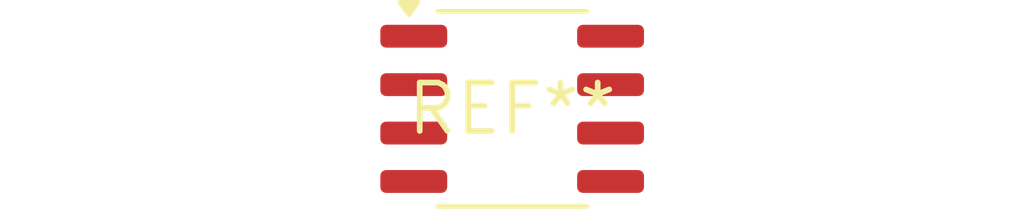
<source format=kicad_pcb>
(kicad_pcb (version 20240108) (generator pcbnew)
  (layers (0 "F.Cu" signal) (31 "B.Cu" signal) (34 "B.Paste" user) (35 "F.Paste" user) (36 "B.SilkS" user "B.Silkscreen") (37 "F.SilkS" user "F.Silkscreen") (38 "B.Mask" user) (39 "F.Mask" user) (44 "Edge.Cuts" user))
  (net 0 "")
  (footprint "SO-8_3.9x4.9mm_P1.27mm" (layer "F.Cu") (at 0 0)
    (property "Reference" "REF**")
    (property "Value" "SO-8_3.9x4.9mm_P1.27mm")
    (fp_line (start 0 -2.56) (end -1.95 -2.56) (layer "F.SilkS") (stroke (width 0.12)))
    (fp_line (start 0 -2.56) (end 1.95 -2.56) (layer "F.SilkS") (stroke (width 0.12)))
    (fp_line (start 0 2.56) (end -1.95 2.56) (layer "F.SilkS") (stroke (width 0.12)))
    (fp_line (start 0 2.56) (end 1.95 2.56) (layer "F.SilkS") (stroke (width 0.12)))
    (fp_poly (pts (xy -2.7 -2.465) (xy -2.94 -2.795) (xy -2.46 -2.795) (xy -2.7 -2.465)) (layer "F.SilkS") (stroke (width 0.12)) (fill solid))
    (pad "1" smd roundrect (at -2.575 -1.905) (size 1.75 0.6) (layers "F.Cu" "F.Paste" "F.Mask"))
    (pad "2" smd roundrect (at -2.575 -0.635) (size 1.75 0.6) (layers "F.Cu" "F.Paste" "F.Mask"))
    (pad "3" smd roundrect (at -2.575 0.635) (size 1.75 0.6) (layers "F.Cu" "F.Paste" "F.Mask"))
    (pad "4" smd roundrect (at -2.575 1.905) (size 1.75 0.6) (layers "F.Cu" "F.Paste" "F.Mask"))
    (pad "5" smd roundrect (at 2.575 1.905) (size 1.75 0.6) (layers "F.Cu" "F.Paste" "F.Mask"))
    (pad "6" smd roundrect (at 2.575 0.635) (size 1.75 0.6) (layers "F.Cu" "F.Paste" "F.Mask"))
    (pad "7" smd roundrect (at 2.575 -0.635) (size 1.75 0.6) (layers "F.Cu" "F.Paste" "F.Mask"))
    (pad "8" smd roundrect (at 2.575 -1.905) (size 1.75 0.6) (layers "F.Cu" "F.Paste" "F.Mask"))
  )
)
</source>
